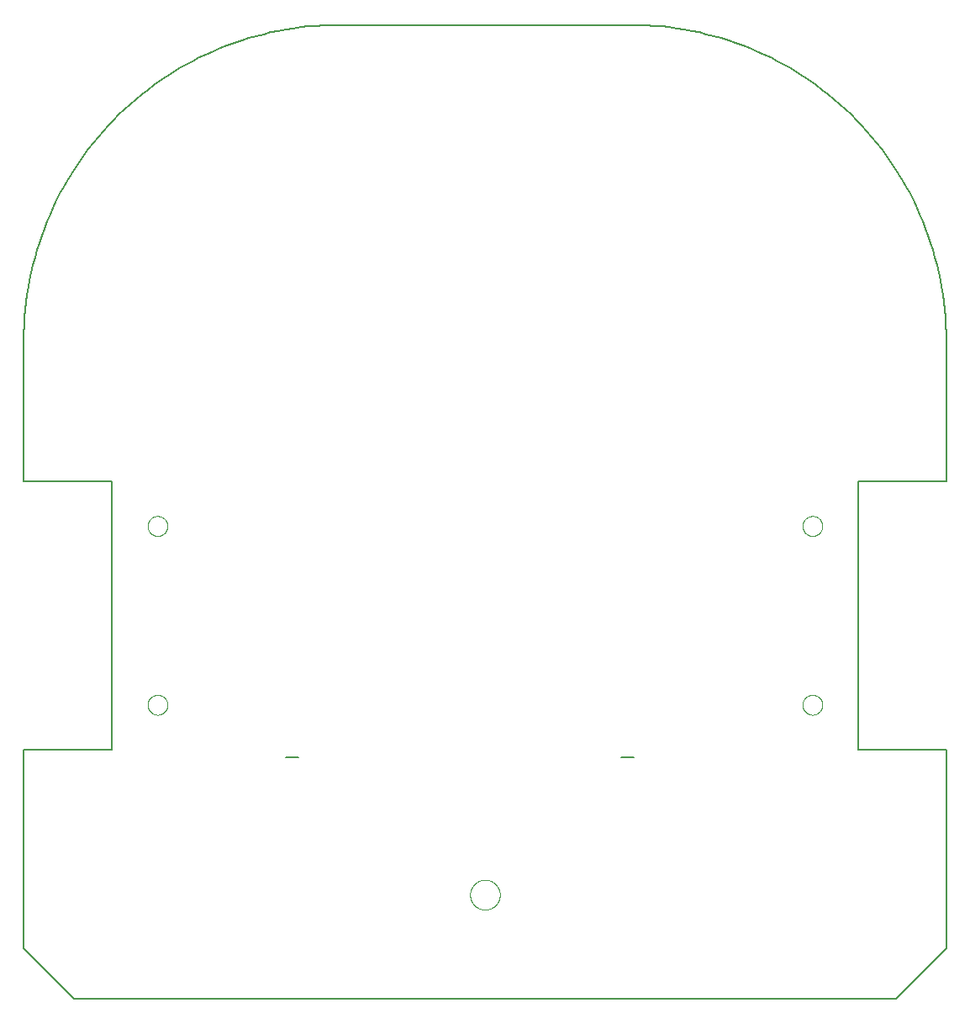
<source format=gbo>
G04 EAGLE Gerber RS-274X export*
G75*
%MOMM*%
%FSLAX34Y34*%
%LPD*%
%INSilk screen SOL*%
%IPPOS*%
%AMOC8*
5,1,8,0,0,1.08239X$1,22.5*%
G01*
%ADD10C,0.152400*%
%ADD11C,0.000000*%
%ADD12C,0.203200*%


D10*
X-464500Y-139700D02*
X-464500Y-339700D01*
X-413700Y-390500D01*
X-464500Y272000D02*
X-464407Y279672D01*
X-464129Y287339D01*
X-463666Y294998D01*
X-463018Y302643D01*
X-462185Y310270D01*
X-461168Y317875D01*
X-459968Y325453D01*
X-458585Y333000D01*
X-457020Y340511D01*
X-455274Y347983D01*
X-453348Y355410D01*
X-451243Y362788D01*
X-448960Y370113D01*
X-446502Y377381D01*
X-443868Y384587D01*
X-441060Y391728D01*
X-438082Y398798D01*
X-434933Y405795D01*
X-431616Y412713D01*
X-428132Y419550D01*
X-424485Y426300D01*
X-420675Y432960D01*
X-416706Y439526D01*
X-412579Y445994D01*
X-408297Y452361D01*
X-403863Y458622D01*
X-399278Y464774D01*
X-394547Y470814D01*
X-389670Y476737D01*
X-384652Y482541D01*
X-379495Y488223D01*
X-374203Y493777D01*
X-368777Y499203D01*
X-363223Y504495D01*
X-357541Y509652D01*
X-351737Y514670D01*
X-345814Y519547D01*
X-339774Y524278D01*
X-333622Y528863D01*
X-327361Y533297D01*
X-320994Y537579D01*
X-314526Y541706D01*
X-307960Y545675D01*
X-301300Y549485D01*
X-294550Y553132D01*
X-287713Y556616D01*
X-280795Y559933D01*
X-273798Y563082D01*
X-266728Y566060D01*
X-259587Y568868D01*
X-252381Y571502D01*
X-245113Y573960D01*
X-237788Y576243D01*
X-230410Y578348D01*
X-222983Y580274D01*
X-215511Y582020D01*
X-208000Y583585D01*
X-200453Y584968D01*
X-192875Y586168D01*
X-185270Y587185D01*
X-177643Y588018D01*
X-169998Y588666D01*
X-162339Y589129D01*
X-154672Y589407D01*
X-147000Y589500D01*
X147000Y589500D01*
X154672Y589407D01*
X162339Y589129D01*
X169998Y588666D01*
X177643Y588018D01*
X185270Y587185D01*
X192875Y586168D01*
X200453Y584968D01*
X208000Y583585D01*
X215511Y582020D01*
X222983Y580274D01*
X230410Y578348D01*
X237788Y576243D01*
X245113Y573960D01*
X252381Y571502D01*
X259587Y568868D01*
X266728Y566060D01*
X273798Y563082D01*
X280795Y559933D01*
X287713Y556616D01*
X294550Y553132D01*
X301300Y549485D01*
X307960Y545675D01*
X314526Y541706D01*
X320994Y537579D01*
X327361Y533297D01*
X333622Y528863D01*
X339774Y524278D01*
X345814Y519547D01*
X351737Y514670D01*
X357541Y509652D01*
X363223Y504495D01*
X368777Y499203D01*
X374203Y493777D01*
X379495Y488223D01*
X384652Y482541D01*
X389670Y476737D01*
X394547Y470814D01*
X399278Y464774D01*
X403863Y458622D01*
X408297Y452361D01*
X412579Y445994D01*
X416706Y439526D01*
X420675Y432960D01*
X424485Y426300D01*
X428132Y419550D01*
X431616Y412713D01*
X434933Y405795D01*
X438082Y398798D01*
X441060Y391728D01*
X443868Y384587D01*
X446502Y377381D01*
X448960Y370113D01*
X451243Y362788D01*
X453348Y355410D01*
X455274Y347983D01*
X457020Y340511D01*
X458585Y333000D01*
X459968Y325453D01*
X461168Y317875D01*
X462185Y310270D01*
X463018Y302643D01*
X463666Y294998D01*
X464129Y287339D01*
X464407Y279672D01*
X464500Y272000D01*
X-464500Y272000D02*
X-464500Y130300D01*
X-375600Y130300D01*
X-375600Y-139700D01*
X-464500Y-139700D01*
X375600Y-139700D02*
X464500Y-139700D01*
X375600Y-139700D02*
X375600Y130300D01*
X464500Y130300D01*
X464500Y272000D01*
X413700Y-390500D02*
X-413700Y-390500D01*
X413700Y-390500D02*
X464500Y-339700D01*
X464500Y-139700D01*
D11*
X-339825Y85300D02*
X-339822Y85545D01*
X-339813Y85791D01*
X-339798Y86036D01*
X-339777Y86280D01*
X-339750Y86524D01*
X-339717Y86767D01*
X-339678Y87010D01*
X-339633Y87251D01*
X-339582Y87491D01*
X-339525Y87730D01*
X-339463Y87967D01*
X-339394Y88203D01*
X-339320Y88437D01*
X-339240Y88669D01*
X-339155Y88899D01*
X-339064Y89127D01*
X-338967Y89352D01*
X-338865Y89576D01*
X-338757Y89796D01*
X-338644Y90014D01*
X-338526Y90229D01*
X-338402Y90441D01*
X-338274Y90650D01*
X-338140Y90856D01*
X-338001Y91058D01*
X-337857Y91257D01*
X-337708Y91452D01*
X-337555Y91644D01*
X-337397Y91832D01*
X-337235Y92016D01*
X-337067Y92195D01*
X-336896Y92371D01*
X-336720Y92542D01*
X-336541Y92710D01*
X-336357Y92872D01*
X-336169Y93030D01*
X-335977Y93183D01*
X-335782Y93332D01*
X-335583Y93476D01*
X-335381Y93615D01*
X-335175Y93749D01*
X-334966Y93877D01*
X-334754Y94001D01*
X-334539Y94119D01*
X-334321Y94232D01*
X-334101Y94340D01*
X-333877Y94442D01*
X-333652Y94539D01*
X-333424Y94630D01*
X-333194Y94715D01*
X-332962Y94795D01*
X-332728Y94869D01*
X-332492Y94938D01*
X-332255Y95000D01*
X-332016Y95057D01*
X-331776Y95108D01*
X-331535Y95153D01*
X-331292Y95192D01*
X-331049Y95225D01*
X-330805Y95252D01*
X-330561Y95273D01*
X-330316Y95288D01*
X-330070Y95297D01*
X-329825Y95300D01*
X-329580Y95297D01*
X-329334Y95288D01*
X-329089Y95273D01*
X-328845Y95252D01*
X-328601Y95225D01*
X-328358Y95192D01*
X-328115Y95153D01*
X-327874Y95108D01*
X-327634Y95057D01*
X-327395Y95000D01*
X-327158Y94938D01*
X-326922Y94869D01*
X-326688Y94795D01*
X-326456Y94715D01*
X-326226Y94630D01*
X-325998Y94539D01*
X-325773Y94442D01*
X-325549Y94340D01*
X-325329Y94232D01*
X-325111Y94119D01*
X-324896Y94001D01*
X-324684Y93877D01*
X-324475Y93749D01*
X-324269Y93615D01*
X-324067Y93476D01*
X-323868Y93332D01*
X-323673Y93183D01*
X-323481Y93030D01*
X-323293Y92872D01*
X-323109Y92710D01*
X-322930Y92542D01*
X-322754Y92371D01*
X-322583Y92195D01*
X-322415Y92016D01*
X-322253Y91832D01*
X-322095Y91644D01*
X-321942Y91452D01*
X-321793Y91257D01*
X-321649Y91058D01*
X-321510Y90856D01*
X-321376Y90650D01*
X-321248Y90441D01*
X-321124Y90229D01*
X-321006Y90014D01*
X-320893Y89796D01*
X-320785Y89576D01*
X-320683Y89352D01*
X-320586Y89127D01*
X-320495Y88899D01*
X-320410Y88669D01*
X-320330Y88437D01*
X-320256Y88203D01*
X-320187Y87967D01*
X-320125Y87730D01*
X-320068Y87491D01*
X-320017Y87251D01*
X-319972Y87010D01*
X-319933Y86767D01*
X-319900Y86524D01*
X-319873Y86280D01*
X-319852Y86036D01*
X-319837Y85791D01*
X-319828Y85545D01*
X-319825Y85300D01*
X-319828Y85055D01*
X-319837Y84809D01*
X-319852Y84564D01*
X-319873Y84320D01*
X-319900Y84076D01*
X-319933Y83833D01*
X-319972Y83590D01*
X-320017Y83349D01*
X-320068Y83109D01*
X-320125Y82870D01*
X-320187Y82633D01*
X-320256Y82397D01*
X-320330Y82163D01*
X-320410Y81931D01*
X-320495Y81701D01*
X-320586Y81473D01*
X-320683Y81248D01*
X-320785Y81024D01*
X-320893Y80804D01*
X-321006Y80586D01*
X-321124Y80371D01*
X-321248Y80159D01*
X-321376Y79950D01*
X-321510Y79744D01*
X-321649Y79542D01*
X-321793Y79343D01*
X-321942Y79148D01*
X-322095Y78956D01*
X-322253Y78768D01*
X-322415Y78584D01*
X-322583Y78405D01*
X-322754Y78229D01*
X-322930Y78058D01*
X-323109Y77890D01*
X-323293Y77728D01*
X-323481Y77570D01*
X-323673Y77417D01*
X-323868Y77268D01*
X-324067Y77124D01*
X-324269Y76985D01*
X-324475Y76851D01*
X-324684Y76723D01*
X-324896Y76599D01*
X-325111Y76481D01*
X-325329Y76368D01*
X-325549Y76260D01*
X-325773Y76158D01*
X-325998Y76061D01*
X-326226Y75970D01*
X-326456Y75885D01*
X-326688Y75805D01*
X-326922Y75731D01*
X-327158Y75662D01*
X-327395Y75600D01*
X-327634Y75543D01*
X-327874Y75492D01*
X-328115Y75447D01*
X-328358Y75408D01*
X-328601Y75375D01*
X-328845Y75348D01*
X-329089Y75327D01*
X-329334Y75312D01*
X-329580Y75303D01*
X-329825Y75300D01*
X-330070Y75303D01*
X-330316Y75312D01*
X-330561Y75327D01*
X-330805Y75348D01*
X-331049Y75375D01*
X-331292Y75408D01*
X-331535Y75447D01*
X-331776Y75492D01*
X-332016Y75543D01*
X-332255Y75600D01*
X-332492Y75662D01*
X-332728Y75731D01*
X-332962Y75805D01*
X-333194Y75885D01*
X-333424Y75970D01*
X-333652Y76061D01*
X-333877Y76158D01*
X-334101Y76260D01*
X-334321Y76368D01*
X-334539Y76481D01*
X-334754Y76599D01*
X-334966Y76723D01*
X-335175Y76851D01*
X-335381Y76985D01*
X-335583Y77124D01*
X-335782Y77268D01*
X-335977Y77417D01*
X-336169Y77570D01*
X-336357Y77728D01*
X-336541Y77890D01*
X-336720Y78058D01*
X-336896Y78229D01*
X-337067Y78405D01*
X-337235Y78584D01*
X-337397Y78768D01*
X-337555Y78956D01*
X-337708Y79148D01*
X-337857Y79343D01*
X-338001Y79542D01*
X-338140Y79744D01*
X-338274Y79950D01*
X-338402Y80159D01*
X-338526Y80371D01*
X-338644Y80586D01*
X-338757Y80804D01*
X-338865Y81024D01*
X-338967Y81248D01*
X-339064Y81473D01*
X-339155Y81701D01*
X-339240Y81931D01*
X-339320Y82163D01*
X-339394Y82397D01*
X-339463Y82633D01*
X-339525Y82870D01*
X-339582Y83109D01*
X-339633Y83349D01*
X-339678Y83590D01*
X-339717Y83833D01*
X-339750Y84076D01*
X-339777Y84320D01*
X-339798Y84564D01*
X-339813Y84809D01*
X-339822Y85055D01*
X-339825Y85300D01*
X-339825Y-94700D02*
X-339822Y-94455D01*
X-339813Y-94209D01*
X-339798Y-93964D01*
X-339777Y-93720D01*
X-339750Y-93476D01*
X-339717Y-93233D01*
X-339678Y-92990D01*
X-339633Y-92749D01*
X-339582Y-92509D01*
X-339525Y-92270D01*
X-339463Y-92033D01*
X-339394Y-91797D01*
X-339320Y-91563D01*
X-339240Y-91331D01*
X-339155Y-91101D01*
X-339064Y-90873D01*
X-338967Y-90648D01*
X-338865Y-90424D01*
X-338757Y-90204D01*
X-338644Y-89986D01*
X-338526Y-89771D01*
X-338402Y-89559D01*
X-338274Y-89350D01*
X-338140Y-89144D01*
X-338001Y-88942D01*
X-337857Y-88743D01*
X-337708Y-88548D01*
X-337555Y-88356D01*
X-337397Y-88168D01*
X-337235Y-87984D01*
X-337067Y-87805D01*
X-336896Y-87629D01*
X-336720Y-87458D01*
X-336541Y-87290D01*
X-336357Y-87128D01*
X-336169Y-86970D01*
X-335977Y-86817D01*
X-335782Y-86668D01*
X-335583Y-86524D01*
X-335381Y-86385D01*
X-335175Y-86251D01*
X-334966Y-86123D01*
X-334754Y-85999D01*
X-334539Y-85881D01*
X-334321Y-85768D01*
X-334101Y-85660D01*
X-333877Y-85558D01*
X-333652Y-85461D01*
X-333424Y-85370D01*
X-333194Y-85285D01*
X-332962Y-85205D01*
X-332728Y-85131D01*
X-332492Y-85062D01*
X-332255Y-85000D01*
X-332016Y-84943D01*
X-331776Y-84892D01*
X-331535Y-84847D01*
X-331292Y-84808D01*
X-331049Y-84775D01*
X-330805Y-84748D01*
X-330561Y-84727D01*
X-330316Y-84712D01*
X-330070Y-84703D01*
X-329825Y-84700D01*
X-329580Y-84703D01*
X-329334Y-84712D01*
X-329089Y-84727D01*
X-328845Y-84748D01*
X-328601Y-84775D01*
X-328358Y-84808D01*
X-328115Y-84847D01*
X-327874Y-84892D01*
X-327634Y-84943D01*
X-327395Y-85000D01*
X-327158Y-85062D01*
X-326922Y-85131D01*
X-326688Y-85205D01*
X-326456Y-85285D01*
X-326226Y-85370D01*
X-325998Y-85461D01*
X-325773Y-85558D01*
X-325549Y-85660D01*
X-325329Y-85768D01*
X-325111Y-85881D01*
X-324896Y-85999D01*
X-324684Y-86123D01*
X-324475Y-86251D01*
X-324269Y-86385D01*
X-324067Y-86524D01*
X-323868Y-86668D01*
X-323673Y-86817D01*
X-323481Y-86970D01*
X-323293Y-87128D01*
X-323109Y-87290D01*
X-322930Y-87458D01*
X-322754Y-87629D01*
X-322583Y-87805D01*
X-322415Y-87984D01*
X-322253Y-88168D01*
X-322095Y-88356D01*
X-321942Y-88548D01*
X-321793Y-88743D01*
X-321649Y-88942D01*
X-321510Y-89144D01*
X-321376Y-89350D01*
X-321248Y-89559D01*
X-321124Y-89771D01*
X-321006Y-89986D01*
X-320893Y-90204D01*
X-320785Y-90424D01*
X-320683Y-90648D01*
X-320586Y-90873D01*
X-320495Y-91101D01*
X-320410Y-91331D01*
X-320330Y-91563D01*
X-320256Y-91797D01*
X-320187Y-92033D01*
X-320125Y-92270D01*
X-320068Y-92509D01*
X-320017Y-92749D01*
X-319972Y-92990D01*
X-319933Y-93233D01*
X-319900Y-93476D01*
X-319873Y-93720D01*
X-319852Y-93964D01*
X-319837Y-94209D01*
X-319828Y-94455D01*
X-319825Y-94700D01*
X-319828Y-94945D01*
X-319837Y-95191D01*
X-319852Y-95436D01*
X-319873Y-95680D01*
X-319900Y-95924D01*
X-319933Y-96167D01*
X-319972Y-96410D01*
X-320017Y-96651D01*
X-320068Y-96891D01*
X-320125Y-97130D01*
X-320187Y-97367D01*
X-320256Y-97603D01*
X-320330Y-97837D01*
X-320410Y-98069D01*
X-320495Y-98299D01*
X-320586Y-98527D01*
X-320683Y-98752D01*
X-320785Y-98976D01*
X-320893Y-99196D01*
X-321006Y-99414D01*
X-321124Y-99629D01*
X-321248Y-99841D01*
X-321376Y-100050D01*
X-321510Y-100256D01*
X-321649Y-100458D01*
X-321793Y-100657D01*
X-321942Y-100852D01*
X-322095Y-101044D01*
X-322253Y-101232D01*
X-322415Y-101416D01*
X-322583Y-101595D01*
X-322754Y-101771D01*
X-322930Y-101942D01*
X-323109Y-102110D01*
X-323293Y-102272D01*
X-323481Y-102430D01*
X-323673Y-102583D01*
X-323868Y-102732D01*
X-324067Y-102876D01*
X-324269Y-103015D01*
X-324475Y-103149D01*
X-324684Y-103277D01*
X-324896Y-103401D01*
X-325111Y-103519D01*
X-325329Y-103632D01*
X-325549Y-103740D01*
X-325773Y-103842D01*
X-325998Y-103939D01*
X-326226Y-104030D01*
X-326456Y-104115D01*
X-326688Y-104195D01*
X-326922Y-104269D01*
X-327158Y-104338D01*
X-327395Y-104400D01*
X-327634Y-104457D01*
X-327874Y-104508D01*
X-328115Y-104553D01*
X-328358Y-104592D01*
X-328601Y-104625D01*
X-328845Y-104652D01*
X-329089Y-104673D01*
X-329334Y-104688D01*
X-329580Y-104697D01*
X-329825Y-104700D01*
X-330070Y-104697D01*
X-330316Y-104688D01*
X-330561Y-104673D01*
X-330805Y-104652D01*
X-331049Y-104625D01*
X-331292Y-104592D01*
X-331535Y-104553D01*
X-331776Y-104508D01*
X-332016Y-104457D01*
X-332255Y-104400D01*
X-332492Y-104338D01*
X-332728Y-104269D01*
X-332962Y-104195D01*
X-333194Y-104115D01*
X-333424Y-104030D01*
X-333652Y-103939D01*
X-333877Y-103842D01*
X-334101Y-103740D01*
X-334321Y-103632D01*
X-334539Y-103519D01*
X-334754Y-103401D01*
X-334966Y-103277D01*
X-335175Y-103149D01*
X-335381Y-103015D01*
X-335583Y-102876D01*
X-335782Y-102732D01*
X-335977Y-102583D01*
X-336169Y-102430D01*
X-336357Y-102272D01*
X-336541Y-102110D01*
X-336720Y-101942D01*
X-336896Y-101771D01*
X-337067Y-101595D01*
X-337235Y-101416D01*
X-337397Y-101232D01*
X-337555Y-101044D01*
X-337708Y-100852D01*
X-337857Y-100657D01*
X-338001Y-100458D01*
X-338140Y-100256D01*
X-338274Y-100050D01*
X-338402Y-99841D01*
X-338526Y-99629D01*
X-338644Y-99414D01*
X-338757Y-99196D01*
X-338865Y-98976D01*
X-338967Y-98752D01*
X-339064Y-98527D01*
X-339155Y-98299D01*
X-339240Y-98069D01*
X-339320Y-97837D01*
X-339394Y-97603D01*
X-339463Y-97367D01*
X-339525Y-97130D01*
X-339582Y-96891D01*
X-339633Y-96651D01*
X-339678Y-96410D01*
X-339717Y-96167D01*
X-339750Y-95924D01*
X-339777Y-95680D01*
X-339798Y-95436D01*
X-339813Y-95191D01*
X-339822Y-94945D01*
X-339825Y-94700D01*
X319825Y-94700D02*
X319828Y-94455D01*
X319837Y-94209D01*
X319852Y-93964D01*
X319873Y-93720D01*
X319900Y-93476D01*
X319933Y-93233D01*
X319972Y-92990D01*
X320017Y-92749D01*
X320068Y-92509D01*
X320125Y-92270D01*
X320187Y-92033D01*
X320256Y-91797D01*
X320330Y-91563D01*
X320410Y-91331D01*
X320495Y-91101D01*
X320586Y-90873D01*
X320683Y-90648D01*
X320785Y-90424D01*
X320893Y-90204D01*
X321006Y-89986D01*
X321124Y-89771D01*
X321248Y-89559D01*
X321376Y-89350D01*
X321510Y-89144D01*
X321649Y-88942D01*
X321793Y-88743D01*
X321942Y-88548D01*
X322095Y-88356D01*
X322253Y-88168D01*
X322415Y-87984D01*
X322583Y-87805D01*
X322754Y-87629D01*
X322930Y-87458D01*
X323109Y-87290D01*
X323293Y-87128D01*
X323481Y-86970D01*
X323673Y-86817D01*
X323868Y-86668D01*
X324067Y-86524D01*
X324269Y-86385D01*
X324475Y-86251D01*
X324684Y-86123D01*
X324896Y-85999D01*
X325111Y-85881D01*
X325329Y-85768D01*
X325549Y-85660D01*
X325773Y-85558D01*
X325998Y-85461D01*
X326226Y-85370D01*
X326456Y-85285D01*
X326688Y-85205D01*
X326922Y-85131D01*
X327158Y-85062D01*
X327395Y-85000D01*
X327634Y-84943D01*
X327874Y-84892D01*
X328115Y-84847D01*
X328358Y-84808D01*
X328601Y-84775D01*
X328845Y-84748D01*
X329089Y-84727D01*
X329334Y-84712D01*
X329580Y-84703D01*
X329825Y-84700D01*
X330070Y-84703D01*
X330316Y-84712D01*
X330561Y-84727D01*
X330805Y-84748D01*
X331049Y-84775D01*
X331292Y-84808D01*
X331535Y-84847D01*
X331776Y-84892D01*
X332016Y-84943D01*
X332255Y-85000D01*
X332492Y-85062D01*
X332728Y-85131D01*
X332962Y-85205D01*
X333194Y-85285D01*
X333424Y-85370D01*
X333652Y-85461D01*
X333877Y-85558D01*
X334101Y-85660D01*
X334321Y-85768D01*
X334539Y-85881D01*
X334754Y-85999D01*
X334966Y-86123D01*
X335175Y-86251D01*
X335381Y-86385D01*
X335583Y-86524D01*
X335782Y-86668D01*
X335977Y-86817D01*
X336169Y-86970D01*
X336357Y-87128D01*
X336541Y-87290D01*
X336720Y-87458D01*
X336896Y-87629D01*
X337067Y-87805D01*
X337235Y-87984D01*
X337397Y-88168D01*
X337555Y-88356D01*
X337708Y-88548D01*
X337857Y-88743D01*
X338001Y-88942D01*
X338140Y-89144D01*
X338274Y-89350D01*
X338402Y-89559D01*
X338526Y-89771D01*
X338644Y-89986D01*
X338757Y-90204D01*
X338865Y-90424D01*
X338967Y-90648D01*
X339064Y-90873D01*
X339155Y-91101D01*
X339240Y-91331D01*
X339320Y-91563D01*
X339394Y-91797D01*
X339463Y-92033D01*
X339525Y-92270D01*
X339582Y-92509D01*
X339633Y-92749D01*
X339678Y-92990D01*
X339717Y-93233D01*
X339750Y-93476D01*
X339777Y-93720D01*
X339798Y-93964D01*
X339813Y-94209D01*
X339822Y-94455D01*
X339825Y-94700D01*
X339822Y-94945D01*
X339813Y-95191D01*
X339798Y-95436D01*
X339777Y-95680D01*
X339750Y-95924D01*
X339717Y-96167D01*
X339678Y-96410D01*
X339633Y-96651D01*
X339582Y-96891D01*
X339525Y-97130D01*
X339463Y-97367D01*
X339394Y-97603D01*
X339320Y-97837D01*
X339240Y-98069D01*
X339155Y-98299D01*
X339064Y-98527D01*
X338967Y-98752D01*
X338865Y-98976D01*
X338757Y-99196D01*
X338644Y-99414D01*
X338526Y-99629D01*
X338402Y-99841D01*
X338274Y-100050D01*
X338140Y-100256D01*
X338001Y-100458D01*
X337857Y-100657D01*
X337708Y-100852D01*
X337555Y-101044D01*
X337397Y-101232D01*
X337235Y-101416D01*
X337067Y-101595D01*
X336896Y-101771D01*
X336720Y-101942D01*
X336541Y-102110D01*
X336357Y-102272D01*
X336169Y-102430D01*
X335977Y-102583D01*
X335782Y-102732D01*
X335583Y-102876D01*
X335381Y-103015D01*
X335175Y-103149D01*
X334966Y-103277D01*
X334754Y-103401D01*
X334539Y-103519D01*
X334321Y-103632D01*
X334101Y-103740D01*
X333877Y-103842D01*
X333652Y-103939D01*
X333424Y-104030D01*
X333194Y-104115D01*
X332962Y-104195D01*
X332728Y-104269D01*
X332492Y-104338D01*
X332255Y-104400D01*
X332016Y-104457D01*
X331776Y-104508D01*
X331535Y-104553D01*
X331292Y-104592D01*
X331049Y-104625D01*
X330805Y-104652D01*
X330561Y-104673D01*
X330316Y-104688D01*
X330070Y-104697D01*
X329825Y-104700D01*
X329580Y-104697D01*
X329334Y-104688D01*
X329089Y-104673D01*
X328845Y-104652D01*
X328601Y-104625D01*
X328358Y-104592D01*
X328115Y-104553D01*
X327874Y-104508D01*
X327634Y-104457D01*
X327395Y-104400D01*
X327158Y-104338D01*
X326922Y-104269D01*
X326688Y-104195D01*
X326456Y-104115D01*
X326226Y-104030D01*
X325998Y-103939D01*
X325773Y-103842D01*
X325549Y-103740D01*
X325329Y-103632D01*
X325111Y-103519D01*
X324896Y-103401D01*
X324684Y-103277D01*
X324475Y-103149D01*
X324269Y-103015D01*
X324067Y-102876D01*
X323868Y-102732D01*
X323673Y-102583D01*
X323481Y-102430D01*
X323293Y-102272D01*
X323109Y-102110D01*
X322930Y-101942D01*
X322754Y-101771D01*
X322583Y-101595D01*
X322415Y-101416D01*
X322253Y-101232D01*
X322095Y-101044D01*
X321942Y-100852D01*
X321793Y-100657D01*
X321649Y-100458D01*
X321510Y-100256D01*
X321376Y-100050D01*
X321248Y-99841D01*
X321124Y-99629D01*
X321006Y-99414D01*
X320893Y-99196D01*
X320785Y-98976D01*
X320683Y-98752D01*
X320586Y-98527D01*
X320495Y-98299D01*
X320410Y-98069D01*
X320330Y-97837D01*
X320256Y-97603D01*
X320187Y-97367D01*
X320125Y-97130D01*
X320068Y-96891D01*
X320017Y-96651D01*
X319972Y-96410D01*
X319933Y-96167D01*
X319900Y-95924D01*
X319873Y-95680D01*
X319852Y-95436D01*
X319837Y-95191D01*
X319828Y-94945D01*
X319825Y-94700D01*
X319825Y85300D02*
X319828Y85545D01*
X319837Y85791D01*
X319852Y86036D01*
X319873Y86280D01*
X319900Y86524D01*
X319933Y86767D01*
X319972Y87010D01*
X320017Y87251D01*
X320068Y87491D01*
X320125Y87730D01*
X320187Y87967D01*
X320256Y88203D01*
X320330Y88437D01*
X320410Y88669D01*
X320495Y88899D01*
X320586Y89127D01*
X320683Y89352D01*
X320785Y89576D01*
X320893Y89796D01*
X321006Y90014D01*
X321124Y90229D01*
X321248Y90441D01*
X321376Y90650D01*
X321510Y90856D01*
X321649Y91058D01*
X321793Y91257D01*
X321942Y91452D01*
X322095Y91644D01*
X322253Y91832D01*
X322415Y92016D01*
X322583Y92195D01*
X322754Y92371D01*
X322930Y92542D01*
X323109Y92710D01*
X323293Y92872D01*
X323481Y93030D01*
X323673Y93183D01*
X323868Y93332D01*
X324067Y93476D01*
X324269Y93615D01*
X324475Y93749D01*
X324684Y93877D01*
X324896Y94001D01*
X325111Y94119D01*
X325329Y94232D01*
X325549Y94340D01*
X325773Y94442D01*
X325998Y94539D01*
X326226Y94630D01*
X326456Y94715D01*
X326688Y94795D01*
X326922Y94869D01*
X327158Y94938D01*
X327395Y95000D01*
X327634Y95057D01*
X327874Y95108D01*
X328115Y95153D01*
X328358Y95192D01*
X328601Y95225D01*
X328845Y95252D01*
X329089Y95273D01*
X329334Y95288D01*
X329580Y95297D01*
X329825Y95300D01*
X330070Y95297D01*
X330316Y95288D01*
X330561Y95273D01*
X330805Y95252D01*
X331049Y95225D01*
X331292Y95192D01*
X331535Y95153D01*
X331776Y95108D01*
X332016Y95057D01*
X332255Y95000D01*
X332492Y94938D01*
X332728Y94869D01*
X332962Y94795D01*
X333194Y94715D01*
X333424Y94630D01*
X333652Y94539D01*
X333877Y94442D01*
X334101Y94340D01*
X334321Y94232D01*
X334539Y94119D01*
X334754Y94001D01*
X334966Y93877D01*
X335175Y93749D01*
X335381Y93615D01*
X335583Y93476D01*
X335782Y93332D01*
X335977Y93183D01*
X336169Y93030D01*
X336357Y92872D01*
X336541Y92710D01*
X336720Y92542D01*
X336896Y92371D01*
X337067Y92195D01*
X337235Y92016D01*
X337397Y91832D01*
X337555Y91644D01*
X337708Y91452D01*
X337857Y91257D01*
X338001Y91058D01*
X338140Y90856D01*
X338274Y90650D01*
X338402Y90441D01*
X338526Y90229D01*
X338644Y90014D01*
X338757Y89796D01*
X338865Y89576D01*
X338967Y89352D01*
X339064Y89127D01*
X339155Y88899D01*
X339240Y88669D01*
X339320Y88437D01*
X339394Y88203D01*
X339463Y87967D01*
X339525Y87730D01*
X339582Y87491D01*
X339633Y87251D01*
X339678Y87010D01*
X339717Y86767D01*
X339750Y86524D01*
X339777Y86280D01*
X339798Y86036D01*
X339813Y85791D01*
X339822Y85545D01*
X339825Y85300D01*
X339822Y85055D01*
X339813Y84809D01*
X339798Y84564D01*
X339777Y84320D01*
X339750Y84076D01*
X339717Y83833D01*
X339678Y83590D01*
X339633Y83349D01*
X339582Y83109D01*
X339525Y82870D01*
X339463Y82633D01*
X339394Y82397D01*
X339320Y82163D01*
X339240Y81931D01*
X339155Y81701D01*
X339064Y81473D01*
X338967Y81248D01*
X338865Y81024D01*
X338757Y80804D01*
X338644Y80586D01*
X338526Y80371D01*
X338402Y80159D01*
X338274Y79950D01*
X338140Y79744D01*
X338001Y79542D01*
X337857Y79343D01*
X337708Y79148D01*
X337555Y78956D01*
X337397Y78768D01*
X337235Y78584D01*
X337067Y78405D01*
X336896Y78229D01*
X336720Y78058D01*
X336541Y77890D01*
X336357Y77728D01*
X336169Y77570D01*
X335977Y77417D01*
X335782Y77268D01*
X335583Y77124D01*
X335381Y76985D01*
X335175Y76851D01*
X334966Y76723D01*
X334754Y76599D01*
X334539Y76481D01*
X334321Y76368D01*
X334101Y76260D01*
X333877Y76158D01*
X333652Y76061D01*
X333424Y75970D01*
X333194Y75885D01*
X332962Y75805D01*
X332728Y75731D01*
X332492Y75662D01*
X332255Y75600D01*
X332016Y75543D01*
X331776Y75492D01*
X331535Y75447D01*
X331292Y75408D01*
X331049Y75375D01*
X330805Y75348D01*
X330561Y75327D01*
X330316Y75312D01*
X330070Y75303D01*
X329825Y75300D01*
X329580Y75303D01*
X329334Y75312D01*
X329089Y75327D01*
X328845Y75348D01*
X328601Y75375D01*
X328358Y75408D01*
X328115Y75447D01*
X327874Y75492D01*
X327634Y75543D01*
X327395Y75600D01*
X327158Y75662D01*
X326922Y75731D01*
X326688Y75805D01*
X326456Y75885D01*
X326226Y75970D01*
X325998Y76061D01*
X325773Y76158D01*
X325549Y76260D01*
X325329Y76368D01*
X325111Y76481D01*
X324896Y76599D01*
X324684Y76723D01*
X324475Y76851D01*
X324269Y76985D01*
X324067Y77124D01*
X323868Y77268D01*
X323673Y77417D01*
X323481Y77570D01*
X323293Y77728D01*
X323109Y77890D01*
X322930Y78058D01*
X322754Y78229D01*
X322583Y78405D01*
X322415Y78584D01*
X322253Y78768D01*
X322095Y78956D01*
X321942Y79148D01*
X321793Y79343D01*
X321649Y79542D01*
X321510Y79744D01*
X321376Y79950D01*
X321248Y80159D01*
X321124Y80371D01*
X321006Y80586D01*
X320893Y80804D01*
X320785Y81024D01*
X320683Y81248D01*
X320586Y81473D01*
X320495Y81701D01*
X320410Y81931D01*
X320330Y82163D01*
X320256Y82397D01*
X320187Y82633D01*
X320125Y82870D01*
X320068Y83109D01*
X320017Y83349D01*
X319972Y83590D01*
X319933Y83833D01*
X319900Y84076D01*
X319873Y84320D01*
X319852Y84564D01*
X319837Y84809D01*
X319828Y85055D01*
X319825Y85300D01*
D12*
X-187960Y-147510D02*
X-200660Y-147510D01*
X137160Y-147510D02*
X149860Y-147510D01*
D11*
X-15000Y-285750D02*
X-14995Y-285382D01*
X-14982Y-285014D01*
X-14959Y-284647D01*
X-14928Y-284280D01*
X-14887Y-283914D01*
X-14838Y-283549D01*
X-14779Y-283186D01*
X-14712Y-282824D01*
X-14636Y-282463D01*
X-14550Y-282105D01*
X-14457Y-281749D01*
X-14354Y-281396D01*
X-14243Y-281045D01*
X-14123Y-280697D01*
X-13995Y-280352D01*
X-13858Y-280010D01*
X-13713Y-279671D01*
X-13560Y-279337D01*
X-13398Y-279006D01*
X-13229Y-278679D01*
X-13051Y-278357D01*
X-12866Y-278038D01*
X-12673Y-277725D01*
X-12472Y-277416D01*
X-12264Y-277113D01*
X-12048Y-276815D01*
X-11825Y-276522D01*
X-11595Y-276234D01*
X-11358Y-275952D01*
X-11114Y-275677D01*
X-10864Y-275407D01*
X-10607Y-275143D01*
X-10343Y-274886D01*
X-10073Y-274636D01*
X-9798Y-274392D01*
X-9516Y-274155D01*
X-9228Y-273925D01*
X-8935Y-273702D01*
X-8637Y-273486D01*
X-8334Y-273278D01*
X-8025Y-273077D01*
X-7712Y-272884D01*
X-7393Y-272699D01*
X-7071Y-272521D01*
X-6744Y-272352D01*
X-6413Y-272190D01*
X-6079Y-272037D01*
X-5740Y-271892D01*
X-5398Y-271755D01*
X-5053Y-271627D01*
X-4705Y-271507D01*
X-4354Y-271396D01*
X-4001Y-271293D01*
X-3645Y-271200D01*
X-3287Y-271114D01*
X-2926Y-271038D01*
X-2564Y-270971D01*
X-2201Y-270912D01*
X-1836Y-270863D01*
X-1470Y-270822D01*
X-1103Y-270791D01*
X-736Y-270768D01*
X-368Y-270755D01*
X0Y-270750D01*
X368Y-270755D01*
X736Y-270768D01*
X1103Y-270791D01*
X1470Y-270822D01*
X1836Y-270863D01*
X2201Y-270912D01*
X2564Y-270971D01*
X2926Y-271038D01*
X3287Y-271114D01*
X3645Y-271200D01*
X4001Y-271293D01*
X4354Y-271396D01*
X4705Y-271507D01*
X5053Y-271627D01*
X5398Y-271755D01*
X5740Y-271892D01*
X6079Y-272037D01*
X6413Y-272190D01*
X6744Y-272352D01*
X7071Y-272521D01*
X7393Y-272699D01*
X7712Y-272884D01*
X8025Y-273077D01*
X8334Y-273278D01*
X8637Y-273486D01*
X8935Y-273702D01*
X9228Y-273925D01*
X9516Y-274155D01*
X9798Y-274392D01*
X10073Y-274636D01*
X10343Y-274886D01*
X10607Y-275143D01*
X10864Y-275407D01*
X11114Y-275677D01*
X11358Y-275952D01*
X11595Y-276234D01*
X11825Y-276522D01*
X12048Y-276815D01*
X12264Y-277113D01*
X12472Y-277416D01*
X12673Y-277725D01*
X12866Y-278038D01*
X13051Y-278357D01*
X13229Y-278679D01*
X13398Y-279006D01*
X13560Y-279337D01*
X13713Y-279671D01*
X13858Y-280010D01*
X13995Y-280352D01*
X14123Y-280697D01*
X14243Y-281045D01*
X14354Y-281396D01*
X14457Y-281749D01*
X14550Y-282105D01*
X14636Y-282463D01*
X14712Y-282824D01*
X14779Y-283186D01*
X14838Y-283549D01*
X14887Y-283914D01*
X14928Y-284280D01*
X14959Y-284647D01*
X14982Y-285014D01*
X14995Y-285382D01*
X15000Y-285750D01*
X14995Y-286118D01*
X14982Y-286486D01*
X14959Y-286853D01*
X14928Y-287220D01*
X14887Y-287586D01*
X14838Y-287951D01*
X14779Y-288314D01*
X14712Y-288676D01*
X14636Y-289037D01*
X14550Y-289395D01*
X14457Y-289751D01*
X14354Y-290104D01*
X14243Y-290455D01*
X14123Y-290803D01*
X13995Y-291148D01*
X13858Y-291490D01*
X13713Y-291829D01*
X13560Y-292163D01*
X13398Y-292494D01*
X13229Y-292821D01*
X13051Y-293143D01*
X12866Y-293462D01*
X12673Y-293775D01*
X12472Y-294084D01*
X12264Y-294387D01*
X12048Y-294685D01*
X11825Y-294978D01*
X11595Y-295266D01*
X11358Y-295548D01*
X11114Y-295823D01*
X10864Y-296093D01*
X10607Y-296357D01*
X10343Y-296614D01*
X10073Y-296864D01*
X9798Y-297108D01*
X9516Y-297345D01*
X9228Y-297575D01*
X8935Y-297798D01*
X8637Y-298014D01*
X8334Y-298222D01*
X8025Y-298423D01*
X7712Y-298616D01*
X7393Y-298801D01*
X7071Y-298979D01*
X6744Y-299148D01*
X6413Y-299310D01*
X6079Y-299463D01*
X5740Y-299608D01*
X5398Y-299745D01*
X5053Y-299873D01*
X4705Y-299993D01*
X4354Y-300104D01*
X4001Y-300207D01*
X3645Y-300300D01*
X3287Y-300386D01*
X2926Y-300462D01*
X2564Y-300529D01*
X2201Y-300588D01*
X1836Y-300637D01*
X1470Y-300678D01*
X1103Y-300709D01*
X736Y-300732D01*
X368Y-300745D01*
X0Y-300750D01*
X-368Y-300745D01*
X-736Y-300732D01*
X-1103Y-300709D01*
X-1470Y-300678D01*
X-1836Y-300637D01*
X-2201Y-300588D01*
X-2564Y-300529D01*
X-2926Y-300462D01*
X-3287Y-300386D01*
X-3645Y-300300D01*
X-4001Y-300207D01*
X-4354Y-300104D01*
X-4705Y-299993D01*
X-5053Y-299873D01*
X-5398Y-299745D01*
X-5740Y-299608D01*
X-6079Y-299463D01*
X-6413Y-299310D01*
X-6744Y-299148D01*
X-7071Y-298979D01*
X-7393Y-298801D01*
X-7712Y-298616D01*
X-8025Y-298423D01*
X-8334Y-298222D01*
X-8637Y-298014D01*
X-8935Y-297798D01*
X-9228Y-297575D01*
X-9516Y-297345D01*
X-9798Y-297108D01*
X-10073Y-296864D01*
X-10343Y-296614D01*
X-10607Y-296357D01*
X-10864Y-296093D01*
X-11114Y-295823D01*
X-11358Y-295548D01*
X-11595Y-295266D01*
X-11825Y-294978D01*
X-12048Y-294685D01*
X-12264Y-294387D01*
X-12472Y-294084D01*
X-12673Y-293775D01*
X-12866Y-293462D01*
X-13051Y-293143D01*
X-13229Y-292821D01*
X-13398Y-292494D01*
X-13560Y-292163D01*
X-13713Y-291829D01*
X-13858Y-291490D01*
X-13995Y-291148D01*
X-14123Y-290803D01*
X-14243Y-290455D01*
X-14354Y-290104D01*
X-14457Y-289751D01*
X-14550Y-289395D01*
X-14636Y-289037D01*
X-14712Y-288676D01*
X-14779Y-288314D01*
X-14838Y-287951D01*
X-14887Y-287586D01*
X-14928Y-287220D01*
X-14959Y-286853D01*
X-14982Y-286486D01*
X-14995Y-286118D01*
X-15000Y-285750D01*
M02*

</source>
